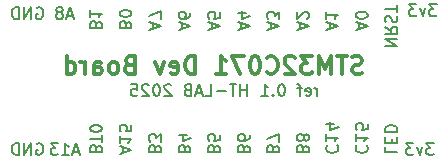
<source format=gbr>
%TF.GenerationSoftware,KiCad,Pcbnew,8.0.8*%
%TF.CreationDate,2025-02-11T08:33:35+00:00*%
%TF.ProjectId,stm32c071devboard,73746d33-3263-4303-9731-646576626f61,rev?*%
%TF.SameCoordinates,Original*%
%TF.FileFunction,Legend,Bot*%
%TF.FilePolarity,Positive*%
%FSLAX46Y46*%
G04 Gerber Fmt 4.6, Leading zero omitted, Abs format (unit mm)*
G04 Created by KiCad (PCBNEW 8.0.8) date 2025-02-11 08:33:35*
%MOMM*%
%LPD*%
G01*
G04 APERTURE LIST*
%ADD10C,0.200000*%
%ADD11C,0.300000*%
%ADD12C,0.650000*%
%ADD13O,2.100000X1.000000*%
%ADD14O,1.800000X1.000000*%
%ADD15O,0.860000X0.770000*%
%ADD16R,1.700000X1.700000*%
%ADD17O,1.700000X1.700000*%
%ADD18R,0.850000X0.850000*%
G04 APERTURE END LIST*
D10*
X112632780Y-62130326D02*
X113632780Y-62130326D01*
X113632780Y-62130326D02*
X112632780Y-61558898D01*
X112632780Y-61558898D02*
X113632780Y-61558898D01*
X112632780Y-60511279D02*
X113108971Y-60844612D01*
X112632780Y-61082707D02*
X113632780Y-61082707D01*
X113632780Y-61082707D02*
X113632780Y-60701755D01*
X113632780Y-60701755D02*
X113585161Y-60606517D01*
X113585161Y-60606517D02*
X113537542Y-60558898D01*
X113537542Y-60558898D02*
X113442304Y-60511279D01*
X113442304Y-60511279D02*
X113299447Y-60511279D01*
X113299447Y-60511279D02*
X113204209Y-60558898D01*
X113204209Y-60558898D02*
X113156590Y-60606517D01*
X113156590Y-60606517D02*
X113108971Y-60701755D01*
X113108971Y-60701755D02*
X113108971Y-61082707D01*
X112680400Y-60130326D02*
X112632780Y-59987469D01*
X112632780Y-59987469D02*
X112632780Y-59749374D01*
X112632780Y-59749374D02*
X112680400Y-59654136D01*
X112680400Y-59654136D02*
X112728019Y-59606517D01*
X112728019Y-59606517D02*
X112823257Y-59558898D01*
X112823257Y-59558898D02*
X112918495Y-59558898D01*
X112918495Y-59558898D02*
X113013733Y-59606517D01*
X113013733Y-59606517D02*
X113061352Y-59654136D01*
X113061352Y-59654136D02*
X113108971Y-59749374D01*
X113108971Y-59749374D02*
X113156590Y-59939850D01*
X113156590Y-59939850D02*
X113204209Y-60035088D01*
X113204209Y-60035088D02*
X113251828Y-60082707D01*
X113251828Y-60082707D02*
X113347066Y-60130326D01*
X113347066Y-60130326D02*
X113442304Y-60130326D01*
X113442304Y-60130326D02*
X113537542Y-60082707D01*
X113537542Y-60082707D02*
X113585161Y-60035088D01*
X113585161Y-60035088D02*
X113632780Y-59939850D01*
X113632780Y-59939850D02*
X113632780Y-59701755D01*
X113632780Y-59701755D02*
X113585161Y-59558898D01*
X113632780Y-59273183D02*
X113632780Y-58701755D01*
X112632780Y-58987469D02*
X113632780Y-58987469D01*
X105656590Y-70796993D02*
X105608971Y-70654136D01*
X105608971Y-70654136D02*
X105561352Y-70606517D01*
X105561352Y-70606517D02*
X105466114Y-70558898D01*
X105466114Y-70558898D02*
X105323257Y-70558898D01*
X105323257Y-70558898D02*
X105228019Y-70606517D01*
X105228019Y-70606517D02*
X105180400Y-70654136D01*
X105180400Y-70654136D02*
X105132780Y-70749374D01*
X105132780Y-70749374D02*
X105132780Y-71130326D01*
X105132780Y-71130326D02*
X106132780Y-71130326D01*
X106132780Y-71130326D02*
X106132780Y-70796993D01*
X106132780Y-70796993D02*
X106085161Y-70701755D01*
X106085161Y-70701755D02*
X106037542Y-70654136D01*
X106037542Y-70654136D02*
X105942304Y-70606517D01*
X105942304Y-70606517D02*
X105847066Y-70606517D01*
X105847066Y-70606517D02*
X105751828Y-70654136D01*
X105751828Y-70654136D02*
X105704209Y-70701755D01*
X105704209Y-70701755D02*
X105656590Y-70796993D01*
X105656590Y-70796993D02*
X105656590Y-71130326D01*
X105704209Y-69987469D02*
X105751828Y-70082707D01*
X105751828Y-70082707D02*
X105799447Y-70130326D01*
X105799447Y-70130326D02*
X105894685Y-70177945D01*
X105894685Y-70177945D02*
X105942304Y-70177945D01*
X105942304Y-70177945D02*
X106037542Y-70130326D01*
X106037542Y-70130326D02*
X106085161Y-70082707D01*
X106085161Y-70082707D02*
X106132780Y-69987469D01*
X106132780Y-69987469D02*
X106132780Y-69796993D01*
X106132780Y-69796993D02*
X106085161Y-69701755D01*
X106085161Y-69701755D02*
X106037542Y-69654136D01*
X106037542Y-69654136D02*
X105942304Y-69606517D01*
X105942304Y-69606517D02*
X105894685Y-69606517D01*
X105894685Y-69606517D02*
X105799447Y-69654136D01*
X105799447Y-69654136D02*
X105751828Y-69701755D01*
X105751828Y-69701755D02*
X105704209Y-69796993D01*
X105704209Y-69796993D02*
X105704209Y-69987469D01*
X105704209Y-69987469D02*
X105656590Y-70082707D01*
X105656590Y-70082707D02*
X105608971Y-70130326D01*
X105608971Y-70130326D02*
X105513733Y-70177945D01*
X105513733Y-70177945D02*
X105323257Y-70177945D01*
X105323257Y-70177945D02*
X105228019Y-70130326D01*
X105228019Y-70130326D02*
X105180400Y-70082707D01*
X105180400Y-70082707D02*
X105132780Y-69987469D01*
X105132780Y-69987469D02*
X105132780Y-69796993D01*
X105132780Y-69796993D02*
X105180400Y-69701755D01*
X105180400Y-69701755D02*
X105228019Y-69654136D01*
X105228019Y-69654136D02*
X105323257Y-69606517D01*
X105323257Y-69606517D02*
X105513733Y-69606517D01*
X105513733Y-69606517D02*
X105608971Y-69654136D01*
X105608971Y-69654136D02*
X105656590Y-69701755D01*
X105656590Y-69701755D02*
X105704209Y-69796993D01*
X110418495Y-60677945D02*
X110418495Y-60201755D01*
X110132780Y-60773183D02*
X111132780Y-60439850D01*
X111132780Y-60439850D02*
X110132780Y-60106517D01*
X111132780Y-59582707D02*
X111132780Y-59487469D01*
X111132780Y-59487469D02*
X111085161Y-59392231D01*
X111085161Y-59392231D02*
X111037542Y-59344612D01*
X111037542Y-59344612D02*
X110942304Y-59296993D01*
X110942304Y-59296993D02*
X110751828Y-59249374D01*
X110751828Y-59249374D02*
X110513733Y-59249374D01*
X110513733Y-59249374D02*
X110323257Y-59296993D01*
X110323257Y-59296993D02*
X110228019Y-59344612D01*
X110228019Y-59344612D02*
X110180400Y-59392231D01*
X110180400Y-59392231D02*
X110132780Y-59487469D01*
X110132780Y-59487469D02*
X110132780Y-59582707D01*
X110132780Y-59582707D02*
X110180400Y-59677945D01*
X110180400Y-59677945D02*
X110228019Y-59725564D01*
X110228019Y-59725564D02*
X110323257Y-59773183D01*
X110323257Y-59773183D02*
X110513733Y-59820802D01*
X110513733Y-59820802D02*
X110751828Y-59820802D01*
X110751828Y-59820802D02*
X110942304Y-59773183D01*
X110942304Y-59773183D02*
X111037542Y-59725564D01*
X111037542Y-59725564D02*
X111085161Y-59677945D01*
X111085161Y-59677945D02*
X111132780Y-59582707D01*
X107918495Y-60677945D02*
X107918495Y-60201755D01*
X107632780Y-60773183D02*
X108632780Y-60439850D01*
X108632780Y-60439850D02*
X107632780Y-60106517D01*
X107632780Y-59249374D02*
X107632780Y-59820802D01*
X107632780Y-59535088D02*
X108632780Y-59535088D01*
X108632780Y-59535088D02*
X108489923Y-59630326D01*
X108489923Y-59630326D02*
X108394685Y-59725564D01*
X108394685Y-59725564D02*
X108347066Y-59820802D01*
X102918495Y-60677945D02*
X102918495Y-60201755D01*
X102632780Y-60773183D02*
X103632780Y-60439850D01*
X103632780Y-60439850D02*
X102632780Y-60106517D01*
X103632780Y-59868421D02*
X103632780Y-59249374D01*
X103632780Y-59249374D02*
X103251828Y-59582707D01*
X103251828Y-59582707D02*
X103251828Y-59439850D01*
X103251828Y-59439850D02*
X103204209Y-59344612D01*
X103204209Y-59344612D02*
X103156590Y-59296993D01*
X103156590Y-59296993D02*
X103061352Y-59249374D01*
X103061352Y-59249374D02*
X102823257Y-59249374D01*
X102823257Y-59249374D02*
X102728019Y-59296993D01*
X102728019Y-59296993D02*
X102680400Y-59344612D01*
X102680400Y-59344612D02*
X102632780Y-59439850D01*
X102632780Y-59439850D02*
X102632780Y-59725564D01*
X102632780Y-59725564D02*
X102680400Y-59820802D01*
X102680400Y-59820802D02*
X102728019Y-59868421D01*
X103156590Y-70796993D02*
X103108971Y-70654136D01*
X103108971Y-70654136D02*
X103061352Y-70606517D01*
X103061352Y-70606517D02*
X102966114Y-70558898D01*
X102966114Y-70558898D02*
X102823257Y-70558898D01*
X102823257Y-70558898D02*
X102728019Y-70606517D01*
X102728019Y-70606517D02*
X102680400Y-70654136D01*
X102680400Y-70654136D02*
X102632780Y-70749374D01*
X102632780Y-70749374D02*
X102632780Y-71130326D01*
X102632780Y-71130326D02*
X103632780Y-71130326D01*
X103632780Y-71130326D02*
X103632780Y-70796993D01*
X103632780Y-70796993D02*
X103585161Y-70701755D01*
X103585161Y-70701755D02*
X103537542Y-70654136D01*
X103537542Y-70654136D02*
X103442304Y-70606517D01*
X103442304Y-70606517D02*
X103347066Y-70606517D01*
X103347066Y-70606517D02*
X103251828Y-70654136D01*
X103251828Y-70654136D02*
X103204209Y-70701755D01*
X103204209Y-70701755D02*
X103156590Y-70796993D01*
X103156590Y-70796993D02*
X103156590Y-71130326D01*
X103632780Y-70225564D02*
X103632780Y-69558898D01*
X103632780Y-69558898D02*
X102632780Y-69987469D01*
X97918495Y-60677945D02*
X97918495Y-60201755D01*
X97632780Y-60773183D02*
X98632780Y-60439850D01*
X98632780Y-60439850D02*
X97632780Y-60106517D01*
X98632780Y-59296993D02*
X98632780Y-59773183D01*
X98632780Y-59773183D02*
X98156590Y-59820802D01*
X98156590Y-59820802D02*
X98204209Y-59773183D01*
X98204209Y-59773183D02*
X98251828Y-59677945D01*
X98251828Y-59677945D02*
X98251828Y-59439850D01*
X98251828Y-59439850D02*
X98204209Y-59344612D01*
X98204209Y-59344612D02*
X98156590Y-59296993D01*
X98156590Y-59296993D02*
X98061352Y-59249374D01*
X98061352Y-59249374D02*
X97823257Y-59249374D01*
X97823257Y-59249374D02*
X97728019Y-59296993D01*
X97728019Y-59296993D02*
X97680400Y-59344612D01*
X97680400Y-59344612D02*
X97632780Y-59439850D01*
X97632780Y-59439850D02*
X97632780Y-59677945D01*
X97632780Y-59677945D02*
X97680400Y-59773183D01*
X97680400Y-59773183D02*
X97728019Y-59820802D01*
X116975564Y-58617219D02*
X116356517Y-58617219D01*
X116356517Y-58617219D02*
X116689850Y-58998171D01*
X116689850Y-58998171D02*
X116546993Y-58998171D01*
X116546993Y-58998171D02*
X116451755Y-59045790D01*
X116451755Y-59045790D02*
X116404136Y-59093409D01*
X116404136Y-59093409D02*
X116356517Y-59188647D01*
X116356517Y-59188647D02*
X116356517Y-59426742D01*
X116356517Y-59426742D02*
X116404136Y-59521980D01*
X116404136Y-59521980D02*
X116451755Y-59569600D01*
X116451755Y-59569600D02*
X116546993Y-59617219D01*
X116546993Y-59617219D02*
X116832707Y-59617219D01*
X116832707Y-59617219D02*
X116927945Y-59569600D01*
X116927945Y-59569600D02*
X116975564Y-59521980D01*
X116023183Y-58950552D02*
X115785088Y-59617219D01*
X115785088Y-59617219D02*
X115546993Y-58950552D01*
X115261278Y-58617219D02*
X114642231Y-58617219D01*
X114642231Y-58617219D02*
X114975564Y-58998171D01*
X114975564Y-58998171D02*
X114832707Y-58998171D01*
X114832707Y-58998171D02*
X114737469Y-59045790D01*
X114737469Y-59045790D02*
X114689850Y-59093409D01*
X114689850Y-59093409D02*
X114642231Y-59188647D01*
X114642231Y-59188647D02*
X114642231Y-59426742D01*
X114642231Y-59426742D02*
X114689850Y-59521980D01*
X114689850Y-59521980D02*
X114737469Y-59569600D01*
X114737469Y-59569600D02*
X114832707Y-59617219D01*
X114832707Y-59617219D02*
X115118421Y-59617219D01*
X115118421Y-59617219D02*
X115213659Y-59569600D01*
X115213659Y-59569600D02*
X115261278Y-59521980D01*
X86677945Y-71081504D02*
X86201755Y-71081504D01*
X86773183Y-71367219D02*
X86439850Y-70367219D01*
X86439850Y-70367219D02*
X86106517Y-71367219D01*
X85249374Y-71367219D02*
X85820802Y-71367219D01*
X85535088Y-71367219D02*
X85535088Y-70367219D01*
X85535088Y-70367219D02*
X85630326Y-70510076D01*
X85630326Y-70510076D02*
X85725564Y-70605314D01*
X85725564Y-70605314D02*
X85820802Y-70652933D01*
X84916040Y-70367219D02*
X84296993Y-70367219D01*
X84296993Y-70367219D02*
X84630326Y-70748171D01*
X84630326Y-70748171D02*
X84487469Y-70748171D01*
X84487469Y-70748171D02*
X84392231Y-70795790D01*
X84392231Y-70795790D02*
X84344612Y-70843409D01*
X84344612Y-70843409D02*
X84296993Y-70938647D01*
X84296993Y-70938647D02*
X84296993Y-71176742D01*
X84296993Y-71176742D02*
X84344612Y-71271980D01*
X84344612Y-71271980D02*
X84392231Y-71319600D01*
X84392231Y-71319600D02*
X84487469Y-71367219D01*
X84487469Y-71367219D02*
X84773183Y-71367219D01*
X84773183Y-71367219D02*
X84868421Y-71319600D01*
X84868421Y-71319600D02*
X84916040Y-71271980D01*
X100418495Y-60677945D02*
X100418495Y-60201755D01*
X100132780Y-60773183D02*
X101132780Y-60439850D01*
X101132780Y-60439850D02*
X100132780Y-60106517D01*
X100799447Y-59344612D02*
X100132780Y-59344612D01*
X101180400Y-59582707D02*
X100466114Y-59820802D01*
X100466114Y-59820802D02*
X100466114Y-59201755D01*
X105418495Y-60677945D02*
X105418495Y-60201755D01*
X105132780Y-60773183D02*
X106132780Y-60439850D01*
X106132780Y-60439850D02*
X105132780Y-60106517D01*
X106037542Y-59820802D02*
X106085161Y-59773183D01*
X106085161Y-59773183D02*
X106132780Y-59677945D01*
X106132780Y-59677945D02*
X106132780Y-59439850D01*
X106132780Y-59439850D02*
X106085161Y-59344612D01*
X106085161Y-59344612D02*
X106037542Y-59296993D01*
X106037542Y-59296993D02*
X105942304Y-59249374D01*
X105942304Y-59249374D02*
X105847066Y-59249374D01*
X105847066Y-59249374D02*
X105704209Y-59296993D01*
X105704209Y-59296993D02*
X105132780Y-59868421D01*
X105132780Y-59868421D02*
X105132780Y-59249374D01*
X95418495Y-60677945D02*
X95418495Y-60201755D01*
X95132780Y-60773183D02*
X96132780Y-60439850D01*
X96132780Y-60439850D02*
X95132780Y-60106517D01*
X96132780Y-59344612D02*
X96132780Y-59535088D01*
X96132780Y-59535088D02*
X96085161Y-59630326D01*
X96085161Y-59630326D02*
X96037542Y-59677945D01*
X96037542Y-59677945D02*
X95894685Y-59773183D01*
X95894685Y-59773183D02*
X95704209Y-59820802D01*
X95704209Y-59820802D02*
X95323257Y-59820802D01*
X95323257Y-59820802D02*
X95228019Y-59773183D01*
X95228019Y-59773183D02*
X95180400Y-59725564D01*
X95180400Y-59725564D02*
X95132780Y-59630326D01*
X95132780Y-59630326D02*
X95132780Y-59439850D01*
X95132780Y-59439850D02*
X95180400Y-59344612D01*
X95180400Y-59344612D02*
X95228019Y-59296993D01*
X95228019Y-59296993D02*
X95323257Y-59249374D01*
X95323257Y-59249374D02*
X95561352Y-59249374D01*
X95561352Y-59249374D02*
X95656590Y-59296993D01*
X95656590Y-59296993D02*
X95704209Y-59344612D01*
X95704209Y-59344612D02*
X95751828Y-59439850D01*
X95751828Y-59439850D02*
X95751828Y-59630326D01*
X95751828Y-59630326D02*
X95704209Y-59725564D01*
X95704209Y-59725564D02*
X95656590Y-59773183D01*
X95656590Y-59773183D02*
X95561352Y-59820802D01*
X93156590Y-70796993D02*
X93108971Y-70654136D01*
X93108971Y-70654136D02*
X93061352Y-70606517D01*
X93061352Y-70606517D02*
X92966114Y-70558898D01*
X92966114Y-70558898D02*
X92823257Y-70558898D01*
X92823257Y-70558898D02*
X92728019Y-70606517D01*
X92728019Y-70606517D02*
X92680400Y-70654136D01*
X92680400Y-70654136D02*
X92632780Y-70749374D01*
X92632780Y-70749374D02*
X92632780Y-71130326D01*
X92632780Y-71130326D02*
X93632780Y-71130326D01*
X93632780Y-71130326D02*
X93632780Y-70796993D01*
X93632780Y-70796993D02*
X93585161Y-70701755D01*
X93585161Y-70701755D02*
X93537542Y-70654136D01*
X93537542Y-70654136D02*
X93442304Y-70606517D01*
X93442304Y-70606517D02*
X93347066Y-70606517D01*
X93347066Y-70606517D02*
X93251828Y-70654136D01*
X93251828Y-70654136D02*
X93204209Y-70701755D01*
X93204209Y-70701755D02*
X93156590Y-70796993D01*
X93156590Y-70796993D02*
X93156590Y-71130326D01*
X93632780Y-70225564D02*
X93632780Y-69606517D01*
X93632780Y-69606517D02*
X93251828Y-69939850D01*
X93251828Y-69939850D02*
X93251828Y-69796993D01*
X93251828Y-69796993D02*
X93204209Y-69701755D01*
X93204209Y-69701755D02*
X93156590Y-69654136D01*
X93156590Y-69654136D02*
X93061352Y-69606517D01*
X93061352Y-69606517D02*
X92823257Y-69606517D01*
X92823257Y-69606517D02*
X92728019Y-69654136D01*
X92728019Y-69654136D02*
X92680400Y-69701755D01*
X92680400Y-69701755D02*
X92632780Y-69796993D01*
X92632780Y-69796993D02*
X92632780Y-70082707D01*
X92632780Y-70082707D02*
X92680400Y-70177945D01*
X92680400Y-70177945D02*
X92728019Y-70225564D01*
X83106517Y-70414838D02*
X83201755Y-70367219D01*
X83201755Y-70367219D02*
X83344612Y-70367219D01*
X83344612Y-70367219D02*
X83487469Y-70414838D01*
X83487469Y-70414838D02*
X83582707Y-70510076D01*
X83582707Y-70510076D02*
X83630326Y-70605314D01*
X83630326Y-70605314D02*
X83677945Y-70795790D01*
X83677945Y-70795790D02*
X83677945Y-70938647D01*
X83677945Y-70938647D02*
X83630326Y-71129123D01*
X83630326Y-71129123D02*
X83582707Y-71224361D01*
X83582707Y-71224361D02*
X83487469Y-71319600D01*
X83487469Y-71319600D02*
X83344612Y-71367219D01*
X83344612Y-71367219D02*
X83249374Y-71367219D01*
X83249374Y-71367219D02*
X83106517Y-71319600D01*
X83106517Y-71319600D02*
X83058898Y-71271980D01*
X83058898Y-71271980D02*
X83058898Y-70938647D01*
X83058898Y-70938647D02*
X83249374Y-70938647D01*
X82630326Y-71367219D02*
X82630326Y-70367219D01*
X82630326Y-70367219D02*
X82058898Y-71367219D01*
X82058898Y-71367219D02*
X82058898Y-70367219D01*
X81582707Y-71367219D02*
X81582707Y-70367219D01*
X81582707Y-70367219D02*
X81344612Y-70367219D01*
X81344612Y-70367219D02*
X81201755Y-70414838D01*
X81201755Y-70414838D02*
X81106517Y-70510076D01*
X81106517Y-70510076D02*
X81058898Y-70605314D01*
X81058898Y-70605314D02*
X81011279Y-70795790D01*
X81011279Y-70795790D02*
X81011279Y-70938647D01*
X81011279Y-70938647D02*
X81058898Y-71129123D01*
X81058898Y-71129123D02*
X81106517Y-71224361D01*
X81106517Y-71224361D02*
X81201755Y-71319600D01*
X81201755Y-71319600D02*
X81344612Y-71367219D01*
X81344612Y-71367219D02*
X81582707Y-71367219D01*
X90418495Y-71177945D02*
X90418495Y-70701755D01*
X90132780Y-71273183D02*
X91132780Y-70939850D01*
X91132780Y-70939850D02*
X90132780Y-70606517D01*
X90132780Y-69749374D02*
X90132780Y-70320802D01*
X90132780Y-70035088D02*
X91132780Y-70035088D01*
X91132780Y-70035088D02*
X90989923Y-70130326D01*
X90989923Y-70130326D02*
X90894685Y-70225564D01*
X90894685Y-70225564D02*
X90847066Y-70320802D01*
X91132780Y-68844612D02*
X91132780Y-69320802D01*
X91132780Y-69320802D02*
X90656590Y-69368421D01*
X90656590Y-69368421D02*
X90704209Y-69320802D01*
X90704209Y-69320802D02*
X90751828Y-69225564D01*
X90751828Y-69225564D02*
X90751828Y-68987469D01*
X90751828Y-68987469D02*
X90704209Y-68892231D01*
X90704209Y-68892231D02*
X90656590Y-68844612D01*
X90656590Y-68844612D02*
X90561352Y-68796993D01*
X90561352Y-68796993D02*
X90323257Y-68796993D01*
X90323257Y-68796993D02*
X90228019Y-68844612D01*
X90228019Y-68844612D02*
X90180400Y-68892231D01*
X90180400Y-68892231D02*
X90132780Y-68987469D01*
X90132780Y-68987469D02*
X90132780Y-69225564D01*
X90132780Y-69225564D02*
X90180400Y-69320802D01*
X90180400Y-69320802D02*
X90228019Y-69368421D01*
X95656590Y-70796993D02*
X95608971Y-70654136D01*
X95608971Y-70654136D02*
X95561352Y-70606517D01*
X95561352Y-70606517D02*
X95466114Y-70558898D01*
X95466114Y-70558898D02*
X95323257Y-70558898D01*
X95323257Y-70558898D02*
X95228019Y-70606517D01*
X95228019Y-70606517D02*
X95180400Y-70654136D01*
X95180400Y-70654136D02*
X95132780Y-70749374D01*
X95132780Y-70749374D02*
X95132780Y-71130326D01*
X95132780Y-71130326D02*
X96132780Y-71130326D01*
X96132780Y-71130326D02*
X96132780Y-70796993D01*
X96132780Y-70796993D02*
X96085161Y-70701755D01*
X96085161Y-70701755D02*
X96037542Y-70654136D01*
X96037542Y-70654136D02*
X95942304Y-70606517D01*
X95942304Y-70606517D02*
X95847066Y-70606517D01*
X95847066Y-70606517D02*
X95751828Y-70654136D01*
X95751828Y-70654136D02*
X95704209Y-70701755D01*
X95704209Y-70701755D02*
X95656590Y-70796993D01*
X95656590Y-70796993D02*
X95656590Y-71130326D01*
X95799447Y-69701755D02*
X95132780Y-69701755D01*
X96180400Y-69939850D02*
X95466114Y-70177945D01*
X95466114Y-70177945D02*
X95466114Y-69558898D01*
X116725564Y-70367219D02*
X116106517Y-70367219D01*
X116106517Y-70367219D02*
X116439850Y-70748171D01*
X116439850Y-70748171D02*
X116296993Y-70748171D01*
X116296993Y-70748171D02*
X116201755Y-70795790D01*
X116201755Y-70795790D02*
X116154136Y-70843409D01*
X116154136Y-70843409D02*
X116106517Y-70938647D01*
X116106517Y-70938647D02*
X116106517Y-71176742D01*
X116106517Y-71176742D02*
X116154136Y-71271980D01*
X116154136Y-71271980D02*
X116201755Y-71319600D01*
X116201755Y-71319600D02*
X116296993Y-71367219D01*
X116296993Y-71367219D02*
X116582707Y-71367219D01*
X116582707Y-71367219D02*
X116677945Y-71319600D01*
X116677945Y-71319600D02*
X116725564Y-71271980D01*
X115773183Y-70700552D02*
X115535088Y-71367219D01*
X115535088Y-71367219D02*
X115296993Y-70700552D01*
X115011278Y-70367219D02*
X114392231Y-70367219D01*
X114392231Y-70367219D02*
X114725564Y-70748171D01*
X114725564Y-70748171D02*
X114582707Y-70748171D01*
X114582707Y-70748171D02*
X114487469Y-70795790D01*
X114487469Y-70795790D02*
X114439850Y-70843409D01*
X114439850Y-70843409D02*
X114392231Y-70938647D01*
X114392231Y-70938647D02*
X114392231Y-71176742D01*
X114392231Y-71176742D02*
X114439850Y-71271980D01*
X114439850Y-71271980D02*
X114487469Y-71319600D01*
X114487469Y-71319600D02*
X114582707Y-71367219D01*
X114582707Y-71367219D02*
X114868421Y-71367219D01*
X114868421Y-71367219D02*
X114963659Y-71319600D01*
X114963659Y-71319600D02*
X115011278Y-71271980D01*
X98156590Y-70796993D02*
X98108971Y-70654136D01*
X98108971Y-70654136D02*
X98061352Y-70606517D01*
X98061352Y-70606517D02*
X97966114Y-70558898D01*
X97966114Y-70558898D02*
X97823257Y-70558898D01*
X97823257Y-70558898D02*
X97728019Y-70606517D01*
X97728019Y-70606517D02*
X97680400Y-70654136D01*
X97680400Y-70654136D02*
X97632780Y-70749374D01*
X97632780Y-70749374D02*
X97632780Y-71130326D01*
X97632780Y-71130326D02*
X98632780Y-71130326D01*
X98632780Y-71130326D02*
X98632780Y-70796993D01*
X98632780Y-70796993D02*
X98585161Y-70701755D01*
X98585161Y-70701755D02*
X98537542Y-70654136D01*
X98537542Y-70654136D02*
X98442304Y-70606517D01*
X98442304Y-70606517D02*
X98347066Y-70606517D01*
X98347066Y-70606517D02*
X98251828Y-70654136D01*
X98251828Y-70654136D02*
X98204209Y-70701755D01*
X98204209Y-70701755D02*
X98156590Y-70796993D01*
X98156590Y-70796993D02*
X98156590Y-71130326D01*
X98632780Y-69654136D02*
X98632780Y-70130326D01*
X98632780Y-70130326D02*
X98156590Y-70177945D01*
X98156590Y-70177945D02*
X98204209Y-70130326D01*
X98204209Y-70130326D02*
X98251828Y-70035088D01*
X98251828Y-70035088D02*
X98251828Y-69796993D01*
X98251828Y-69796993D02*
X98204209Y-69701755D01*
X98204209Y-69701755D02*
X98156590Y-69654136D01*
X98156590Y-69654136D02*
X98061352Y-69606517D01*
X98061352Y-69606517D02*
X97823257Y-69606517D01*
X97823257Y-69606517D02*
X97728019Y-69654136D01*
X97728019Y-69654136D02*
X97680400Y-69701755D01*
X97680400Y-69701755D02*
X97632780Y-69796993D01*
X97632780Y-69796993D02*
X97632780Y-70035088D01*
X97632780Y-70035088D02*
X97680400Y-70130326D01*
X97680400Y-70130326D02*
X97728019Y-70177945D01*
X110228019Y-70558898D02*
X110180400Y-70606517D01*
X110180400Y-70606517D02*
X110132780Y-70749374D01*
X110132780Y-70749374D02*
X110132780Y-70844612D01*
X110132780Y-70844612D02*
X110180400Y-70987469D01*
X110180400Y-70987469D02*
X110275638Y-71082707D01*
X110275638Y-71082707D02*
X110370876Y-71130326D01*
X110370876Y-71130326D02*
X110561352Y-71177945D01*
X110561352Y-71177945D02*
X110704209Y-71177945D01*
X110704209Y-71177945D02*
X110894685Y-71130326D01*
X110894685Y-71130326D02*
X110989923Y-71082707D01*
X110989923Y-71082707D02*
X111085161Y-70987469D01*
X111085161Y-70987469D02*
X111132780Y-70844612D01*
X111132780Y-70844612D02*
X111132780Y-70749374D01*
X111132780Y-70749374D02*
X111085161Y-70606517D01*
X111085161Y-70606517D02*
X111037542Y-70558898D01*
X110132780Y-69606517D02*
X110132780Y-70177945D01*
X110132780Y-69892231D02*
X111132780Y-69892231D01*
X111132780Y-69892231D02*
X110989923Y-69987469D01*
X110989923Y-69987469D02*
X110894685Y-70082707D01*
X110894685Y-70082707D02*
X110847066Y-70177945D01*
X111132780Y-68701755D02*
X111132780Y-69177945D01*
X111132780Y-69177945D02*
X110656590Y-69225564D01*
X110656590Y-69225564D02*
X110704209Y-69177945D01*
X110704209Y-69177945D02*
X110751828Y-69082707D01*
X110751828Y-69082707D02*
X110751828Y-68844612D01*
X110751828Y-68844612D02*
X110704209Y-68749374D01*
X110704209Y-68749374D02*
X110656590Y-68701755D01*
X110656590Y-68701755D02*
X110561352Y-68654136D01*
X110561352Y-68654136D02*
X110323257Y-68654136D01*
X110323257Y-68654136D02*
X110228019Y-68701755D01*
X110228019Y-68701755D02*
X110180400Y-68749374D01*
X110180400Y-68749374D02*
X110132780Y-68844612D01*
X110132780Y-68844612D02*
X110132780Y-69082707D01*
X110132780Y-69082707D02*
X110180400Y-69177945D01*
X110180400Y-69177945D02*
X110228019Y-69225564D01*
X86177945Y-59581504D02*
X85701755Y-59581504D01*
X86273183Y-59867219D02*
X85939850Y-58867219D01*
X85939850Y-58867219D02*
X85606517Y-59867219D01*
X85130326Y-59295790D02*
X85225564Y-59248171D01*
X85225564Y-59248171D02*
X85273183Y-59200552D01*
X85273183Y-59200552D02*
X85320802Y-59105314D01*
X85320802Y-59105314D02*
X85320802Y-59057695D01*
X85320802Y-59057695D02*
X85273183Y-58962457D01*
X85273183Y-58962457D02*
X85225564Y-58914838D01*
X85225564Y-58914838D02*
X85130326Y-58867219D01*
X85130326Y-58867219D02*
X84939850Y-58867219D01*
X84939850Y-58867219D02*
X84844612Y-58914838D01*
X84844612Y-58914838D02*
X84796993Y-58962457D01*
X84796993Y-58962457D02*
X84749374Y-59057695D01*
X84749374Y-59057695D02*
X84749374Y-59105314D01*
X84749374Y-59105314D02*
X84796993Y-59200552D01*
X84796993Y-59200552D02*
X84844612Y-59248171D01*
X84844612Y-59248171D02*
X84939850Y-59295790D01*
X84939850Y-59295790D02*
X85130326Y-59295790D01*
X85130326Y-59295790D02*
X85225564Y-59343409D01*
X85225564Y-59343409D02*
X85273183Y-59391028D01*
X85273183Y-59391028D02*
X85320802Y-59486266D01*
X85320802Y-59486266D02*
X85320802Y-59676742D01*
X85320802Y-59676742D02*
X85273183Y-59771980D01*
X85273183Y-59771980D02*
X85225564Y-59819600D01*
X85225564Y-59819600D02*
X85130326Y-59867219D01*
X85130326Y-59867219D02*
X84939850Y-59867219D01*
X84939850Y-59867219D02*
X84844612Y-59819600D01*
X84844612Y-59819600D02*
X84796993Y-59771980D01*
X84796993Y-59771980D02*
X84749374Y-59676742D01*
X84749374Y-59676742D02*
X84749374Y-59486266D01*
X84749374Y-59486266D02*
X84796993Y-59391028D01*
X84796993Y-59391028D02*
X84844612Y-59343409D01*
X84844612Y-59343409D02*
X84939850Y-59295790D01*
X112632780Y-70654136D02*
X112632780Y-71130326D01*
X112632780Y-71130326D02*
X113632780Y-71130326D01*
X113156590Y-70320802D02*
X113156590Y-69987469D01*
X112632780Y-69844612D02*
X112632780Y-70320802D01*
X112632780Y-70320802D02*
X113632780Y-70320802D01*
X113632780Y-70320802D02*
X113632780Y-69844612D01*
X112632780Y-69416040D02*
X113632780Y-69416040D01*
X113632780Y-69416040D02*
X113632780Y-69177945D01*
X113632780Y-69177945D02*
X113585161Y-69035088D01*
X113585161Y-69035088D02*
X113489923Y-68939850D01*
X113489923Y-68939850D02*
X113394685Y-68892231D01*
X113394685Y-68892231D02*
X113204209Y-68844612D01*
X113204209Y-68844612D02*
X113061352Y-68844612D01*
X113061352Y-68844612D02*
X112870876Y-68892231D01*
X112870876Y-68892231D02*
X112775638Y-68939850D01*
X112775638Y-68939850D02*
X112680400Y-69035088D01*
X112680400Y-69035088D02*
X112632780Y-69177945D01*
X112632780Y-69177945D02*
X112632780Y-69416040D01*
X92918495Y-60677945D02*
X92918495Y-60201755D01*
X92632780Y-60773183D02*
X93632780Y-60439850D01*
X93632780Y-60439850D02*
X92632780Y-60106517D01*
X93632780Y-59868421D02*
X93632780Y-59201755D01*
X93632780Y-59201755D02*
X92632780Y-59630326D01*
X83106517Y-58914838D02*
X83201755Y-58867219D01*
X83201755Y-58867219D02*
X83344612Y-58867219D01*
X83344612Y-58867219D02*
X83487469Y-58914838D01*
X83487469Y-58914838D02*
X83582707Y-59010076D01*
X83582707Y-59010076D02*
X83630326Y-59105314D01*
X83630326Y-59105314D02*
X83677945Y-59295790D01*
X83677945Y-59295790D02*
X83677945Y-59438647D01*
X83677945Y-59438647D02*
X83630326Y-59629123D01*
X83630326Y-59629123D02*
X83582707Y-59724361D01*
X83582707Y-59724361D02*
X83487469Y-59819600D01*
X83487469Y-59819600D02*
X83344612Y-59867219D01*
X83344612Y-59867219D02*
X83249374Y-59867219D01*
X83249374Y-59867219D02*
X83106517Y-59819600D01*
X83106517Y-59819600D02*
X83058898Y-59771980D01*
X83058898Y-59771980D02*
X83058898Y-59438647D01*
X83058898Y-59438647D02*
X83249374Y-59438647D01*
X82630326Y-59867219D02*
X82630326Y-58867219D01*
X82630326Y-58867219D02*
X82058898Y-59867219D01*
X82058898Y-59867219D02*
X82058898Y-58867219D01*
X81582707Y-59867219D02*
X81582707Y-58867219D01*
X81582707Y-58867219D02*
X81344612Y-58867219D01*
X81344612Y-58867219D02*
X81201755Y-58914838D01*
X81201755Y-58914838D02*
X81106517Y-59010076D01*
X81106517Y-59010076D02*
X81058898Y-59105314D01*
X81058898Y-59105314D02*
X81011279Y-59295790D01*
X81011279Y-59295790D02*
X81011279Y-59438647D01*
X81011279Y-59438647D02*
X81058898Y-59629123D01*
X81058898Y-59629123D02*
X81106517Y-59724361D01*
X81106517Y-59724361D02*
X81201755Y-59819600D01*
X81201755Y-59819600D02*
X81344612Y-59867219D01*
X81344612Y-59867219D02*
X81582707Y-59867219D01*
X107728019Y-70558898D02*
X107680400Y-70606517D01*
X107680400Y-70606517D02*
X107632780Y-70749374D01*
X107632780Y-70749374D02*
X107632780Y-70844612D01*
X107632780Y-70844612D02*
X107680400Y-70987469D01*
X107680400Y-70987469D02*
X107775638Y-71082707D01*
X107775638Y-71082707D02*
X107870876Y-71130326D01*
X107870876Y-71130326D02*
X108061352Y-71177945D01*
X108061352Y-71177945D02*
X108204209Y-71177945D01*
X108204209Y-71177945D02*
X108394685Y-71130326D01*
X108394685Y-71130326D02*
X108489923Y-71082707D01*
X108489923Y-71082707D02*
X108585161Y-70987469D01*
X108585161Y-70987469D02*
X108632780Y-70844612D01*
X108632780Y-70844612D02*
X108632780Y-70749374D01*
X108632780Y-70749374D02*
X108585161Y-70606517D01*
X108585161Y-70606517D02*
X108537542Y-70558898D01*
X107632780Y-69606517D02*
X107632780Y-70177945D01*
X107632780Y-69892231D02*
X108632780Y-69892231D01*
X108632780Y-69892231D02*
X108489923Y-69987469D01*
X108489923Y-69987469D02*
X108394685Y-70082707D01*
X108394685Y-70082707D02*
X108347066Y-70177945D01*
X108299447Y-68749374D02*
X107632780Y-68749374D01*
X108680400Y-68987469D02*
X107966114Y-69225564D01*
X107966114Y-69225564D02*
X107966114Y-68606517D01*
D11*
X110666917Y-64429400D02*
X110452632Y-64500828D01*
X110452632Y-64500828D02*
X110095489Y-64500828D01*
X110095489Y-64500828D02*
X109952632Y-64429400D01*
X109952632Y-64429400D02*
X109881203Y-64357971D01*
X109881203Y-64357971D02*
X109809774Y-64215114D01*
X109809774Y-64215114D02*
X109809774Y-64072257D01*
X109809774Y-64072257D02*
X109881203Y-63929400D01*
X109881203Y-63929400D02*
X109952632Y-63857971D01*
X109952632Y-63857971D02*
X110095489Y-63786542D01*
X110095489Y-63786542D02*
X110381203Y-63715114D01*
X110381203Y-63715114D02*
X110524060Y-63643685D01*
X110524060Y-63643685D02*
X110595489Y-63572257D01*
X110595489Y-63572257D02*
X110666917Y-63429400D01*
X110666917Y-63429400D02*
X110666917Y-63286542D01*
X110666917Y-63286542D02*
X110595489Y-63143685D01*
X110595489Y-63143685D02*
X110524060Y-63072257D01*
X110524060Y-63072257D02*
X110381203Y-63000828D01*
X110381203Y-63000828D02*
X110024060Y-63000828D01*
X110024060Y-63000828D02*
X109809774Y-63072257D01*
X109381203Y-63000828D02*
X108524061Y-63000828D01*
X108952632Y-64500828D02*
X108952632Y-63000828D01*
X108024061Y-64500828D02*
X108024061Y-63000828D01*
X108024061Y-63000828D02*
X107524061Y-64072257D01*
X107524061Y-64072257D02*
X107024061Y-63000828D01*
X107024061Y-63000828D02*
X107024061Y-64500828D01*
X106452632Y-63000828D02*
X105524060Y-63000828D01*
X105524060Y-63000828D02*
X106024060Y-63572257D01*
X106024060Y-63572257D02*
X105809775Y-63572257D01*
X105809775Y-63572257D02*
X105666918Y-63643685D01*
X105666918Y-63643685D02*
X105595489Y-63715114D01*
X105595489Y-63715114D02*
X105524060Y-63857971D01*
X105524060Y-63857971D02*
X105524060Y-64215114D01*
X105524060Y-64215114D02*
X105595489Y-64357971D01*
X105595489Y-64357971D02*
X105666918Y-64429400D01*
X105666918Y-64429400D02*
X105809775Y-64500828D01*
X105809775Y-64500828D02*
X106238346Y-64500828D01*
X106238346Y-64500828D02*
X106381203Y-64429400D01*
X106381203Y-64429400D02*
X106452632Y-64357971D01*
X104952632Y-63143685D02*
X104881204Y-63072257D01*
X104881204Y-63072257D02*
X104738347Y-63000828D01*
X104738347Y-63000828D02*
X104381204Y-63000828D01*
X104381204Y-63000828D02*
X104238347Y-63072257D01*
X104238347Y-63072257D02*
X104166918Y-63143685D01*
X104166918Y-63143685D02*
X104095489Y-63286542D01*
X104095489Y-63286542D02*
X104095489Y-63429400D01*
X104095489Y-63429400D02*
X104166918Y-63643685D01*
X104166918Y-63643685D02*
X105024061Y-64500828D01*
X105024061Y-64500828D02*
X104095489Y-64500828D01*
X102595490Y-64357971D02*
X102666918Y-64429400D01*
X102666918Y-64429400D02*
X102881204Y-64500828D01*
X102881204Y-64500828D02*
X103024061Y-64500828D01*
X103024061Y-64500828D02*
X103238347Y-64429400D01*
X103238347Y-64429400D02*
X103381204Y-64286542D01*
X103381204Y-64286542D02*
X103452633Y-64143685D01*
X103452633Y-64143685D02*
X103524061Y-63857971D01*
X103524061Y-63857971D02*
X103524061Y-63643685D01*
X103524061Y-63643685D02*
X103452633Y-63357971D01*
X103452633Y-63357971D02*
X103381204Y-63215114D01*
X103381204Y-63215114D02*
X103238347Y-63072257D01*
X103238347Y-63072257D02*
X103024061Y-63000828D01*
X103024061Y-63000828D02*
X102881204Y-63000828D01*
X102881204Y-63000828D02*
X102666918Y-63072257D01*
X102666918Y-63072257D02*
X102595490Y-63143685D01*
X101666918Y-63000828D02*
X101524061Y-63000828D01*
X101524061Y-63000828D02*
X101381204Y-63072257D01*
X101381204Y-63072257D02*
X101309776Y-63143685D01*
X101309776Y-63143685D02*
X101238347Y-63286542D01*
X101238347Y-63286542D02*
X101166918Y-63572257D01*
X101166918Y-63572257D02*
X101166918Y-63929400D01*
X101166918Y-63929400D02*
X101238347Y-64215114D01*
X101238347Y-64215114D02*
X101309776Y-64357971D01*
X101309776Y-64357971D02*
X101381204Y-64429400D01*
X101381204Y-64429400D02*
X101524061Y-64500828D01*
X101524061Y-64500828D02*
X101666918Y-64500828D01*
X101666918Y-64500828D02*
X101809776Y-64429400D01*
X101809776Y-64429400D02*
X101881204Y-64357971D01*
X101881204Y-64357971D02*
X101952633Y-64215114D01*
X101952633Y-64215114D02*
X102024061Y-63929400D01*
X102024061Y-63929400D02*
X102024061Y-63572257D01*
X102024061Y-63572257D02*
X101952633Y-63286542D01*
X101952633Y-63286542D02*
X101881204Y-63143685D01*
X101881204Y-63143685D02*
X101809776Y-63072257D01*
X101809776Y-63072257D02*
X101666918Y-63000828D01*
X100666919Y-63000828D02*
X99666919Y-63000828D01*
X99666919Y-63000828D02*
X100309776Y-64500828D01*
X98309776Y-64500828D02*
X99166919Y-64500828D01*
X98738348Y-64500828D02*
X98738348Y-63000828D01*
X98738348Y-63000828D02*
X98881205Y-63215114D01*
X98881205Y-63215114D02*
X99024062Y-63357971D01*
X99024062Y-63357971D02*
X99166919Y-63429400D01*
X96524063Y-64500828D02*
X96524063Y-63000828D01*
X96524063Y-63000828D02*
X96166920Y-63000828D01*
X96166920Y-63000828D02*
X95952634Y-63072257D01*
X95952634Y-63072257D02*
X95809777Y-63215114D01*
X95809777Y-63215114D02*
X95738348Y-63357971D01*
X95738348Y-63357971D02*
X95666920Y-63643685D01*
X95666920Y-63643685D02*
X95666920Y-63857971D01*
X95666920Y-63857971D02*
X95738348Y-64143685D01*
X95738348Y-64143685D02*
X95809777Y-64286542D01*
X95809777Y-64286542D02*
X95952634Y-64429400D01*
X95952634Y-64429400D02*
X96166920Y-64500828D01*
X96166920Y-64500828D02*
X96524063Y-64500828D01*
X94452634Y-64429400D02*
X94595491Y-64500828D01*
X94595491Y-64500828D02*
X94881206Y-64500828D01*
X94881206Y-64500828D02*
X95024063Y-64429400D01*
X95024063Y-64429400D02*
X95095491Y-64286542D01*
X95095491Y-64286542D02*
X95095491Y-63715114D01*
X95095491Y-63715114D02*
X95024063Y-63572257D01*
X95024063Y-63572257D02*
X94881206Y-63500828D01*
X94881206Y-63500828D02*
X94595491Y-63500828D01*
X94595491Y-63500828D02*
X94452634Y-63572257D01*
X94452634Y-63572257D02*
X94381206Y-63715114D01*
X94381206Y-63715114D02*
X94381206Y-63857971D01*
X94381206Y-63857971D02*
X95095491Y-64000828D01*
X93881206Y-63500828D02*
X93524063Y-64500828D01*
X93524063Y-64500828D02*
X93166920Y-63500828D01*
X90952635Y-63715114D02*
X90738349Y-63786542D01*
X90738349Y-63786542D02*
X90666920Y-63857971D01*
X90666920Y-63857971D02*
X90595492Y-64000828D01*
X90595492Y-64000828D02*
X90595492Y-64215114D01*
X90595492Y-64215114D02*
X90666920Y-64357971D01*
X90666920Y-64357971D02*
X90738349Y-64429400D01*
X90738349Y-64429400D02*
X90881206Y-64500828D01*
X90881206Y-64500828D02*
X91452635Y-64500828D01*
X91452635Y-64500828D02*
X91452635Y-63000828D01*
X91452635Y-63000828D02*
X90952635Y-63000828D01*
X90952635Y-63000828D02*
X90809778Y-63072257D01*
X90809778Y-63072257D02*
X90738349Y-63143685D01*
X90738349Y-63143685D02*
X90666920Y-63286542D01*
X90666920Y-63286542D02*
X90666920Y-63429400D01*
X90666920Y-63429400D02*
X90738349Y-63572257D01*
X90738349Y-63572257D02*
X90809778Y-63643685D01*
X90809778Y-63643685D02*
X90952635Y-63715114D01*
X90952635Y-63715114D02*
X91452635Y-63715114D01*
X89738349Y-64500828D02*
X89881206Y-64429400D01*
X89881206Y-64429400D02*
X89952635Y-64357971D01*
X89952635Y-64357971D02*
X90024063Y-64215114D01*
X90024063Y-64215114D02*
X90024063Y-63786542D01*
X90024063Y-63786542D02*
X89952635Y-63643685D01*
X89952635Y-63643685D02*
X89881206Y-63572257D01*
X89881206Y-63572257D02*
X89738349Y-63500828D01*
X89738349Y-63500828D02*
X89524063Y-63500828D01*
X89524063Y-63500828D02*
X89381206Y-63572257D01*
X89381206Y-63572257D02*
X89309778Y-63643685D01*
X89309778Y-63643685D02*
X89238349Y-63786542D01*
X89238349Y-63786542D02*
X89238349Y-64215114D01*
X89238349Y-64215114D02*
X89309778Y-64357971D01*
X89309778Y-64357971D02*
X89381206Y-64429400D01*
X89381206Y-64429400D02*
X89524063Y-64500828D01*
X89524063Y-64500828D02*
X89738349Y-64500828D01*
X87952635Y-64500828D02*
X87952635Y-63715114D01*
X87952635Y-63715114D02*
X88024063Y-63572257D01*
X88024063Y-63572257D02*
X88166920Y-63500828D01*
X88166920Y-63500828D02*
X88452635Y-63500828D01*
X88452635Y-63500828D02*
X88595492Y-63572257D01*
X87952635Y-64429400D02*
X88095492Y-64500828D01*
X88095492Y-64500828D02*
X88452635Y-64500828D01*
X88452635Y-64500828D02*
X88595492Y-64429400D01*
X88595492Y-64429400D02*
X88666920Y-64286542D01*
X88666920Y-64286542D02*
X88666920Y-64143685D01*
X88666920Y-64143685D02*
X88595492Y-64000828D01*
X88595492Y-64000828D02*
X88452635Y-63929400D01*
X88452635Y-63929400D02*
X88095492Y-63929400D01*
X88095492Y-63929400D02*
X87952635Y-63857971D01*
X87238349Y-64500828D02*
X87238349Y-63500828D01*
X87238349Y-63786542D02*
X87166920Y-63643685D01*
X87166920Y-63643685D02*
X87095492Y-63572257D01*
X87095492Y-63572257D02*
X86952634Y-63500828D01*
X86952634Y-63500828D02*
X86809777Y-63500828D01*
X85666921Y-64500828D02*
X85666921Y-63000828D01*
X85666921Y-64429400D02*
X85809778Y-64500828D01*
X85809778Y-64500828D02*
X86095492Y-64500828D01*
X86095492Y-64500828D02*
X86238349Y-64429400D01*
X86238349Y-64429400D02*
X86309778Y-64357971D01*
X86309778Y-64357971D02*
X86381206Y-64215114D01*
X86381206Y-64215114D02*
X86381206Y-63786542D01*
X86381206Y-63786542D02*
X86309778Y-63643685D01*
X86309778Y-63643685D02*
X86238349Y-63572257D01*
X86238349Y-63572257D02*
X86095492Y-63500828D01*
X86095492Y-63500828D02*
X85809778Y-63500828D01*
X85809778Y-63500828D02*
X85666921Y-63572257D01*
D10*
X100656590Y-70796993D02*
X100608971Y-70654136D01*
X100608971Y-70654136D02*
X100561352Y-70606517D01*
X100561352Y-70606517D02*
X100466114Y-70558898D01*
X100466114Y-70558898D02*
X100323257Y-70558898D01*
X100323257Y-70558898D02*
X100228019Y-70606517D01*
X100228019Y-70606517D02*
X100180400Y-70654136D01*
X100180400Y-70654136D02*
X100132780Y-70749374D01*
X100132780Y-70749374D02*
X100132780Y-71130326D01*
X100132780Y-71130326D02*
X101132780Y-71130326D01*
X101132780Y-71130326D02*
X101132780Y-70796993D01*
X101132780Y-70796993D02*
X101085161Y-70701755D01*
X101085161Y-70701755D02*
X101037542Y-70654136D01*
X101037542Y-70654136D02*
X100942304Y-70606517D01*
X100942304Y-70606517D02*
X100847066Y-70606517D01*
X100847066Y-70606517D02*
X100751828Y-70654136D01*
X100751828Y-70654136D02*
X100704209Y-70701755D01*
X100704209Y-70701755D02*
X100656590Y-70796993D01*
X100656590Y-70796993D02*
X100656590Y-71130326D01*
X101132780Y-69701755D02*
X101132780Y-69892231D01*
X101132780Y-69892231D02*
X101085161Y-69987469D01*
X101085161Y-69987469D02*
X101037542Y-70035088D01*
X101037542Y-70035088D02*
X100894685Y-70130326D01*
X100894685Y-70130326D02*
X100704209Y-70177945D01*
X100704209Y-70177945D02*
X100323257Y-70177945D01*
X100323257Y-70177945D02*
X100228019Y-70130326D01*
X100228019Y-70130326D02*
X100180400Y-70082707D01*
X100180400Y-70082707D02*
X100132780Y-69987469D01*
X100132780Y-69987469D02*
X100132780Y-69796993D01*
X100132780Y-69796993D02*
X100180400Y-69701755D01*
X100180400Y-69701755D02*
X100228019Y-69654136D01*
X100228019Y-69654136D02*
X100323257Y-69606517D01*
X100323257Y-69606517D02*
X100561352Y-69606517D01*
X100561352Y-69606517D02*
X100656590Y-69654136D01*
X100656590Y-69654136D02*
X100704209Y-69701755D01*
X100704209Y-69701755D02*
X100751828Y-69796993D01*
X100751828Y-69796993D02*
X100751828Y-69987469D01*
X100751828Y-69987469D02*
X100704209Y-70082707D01*
X100704209Y-70082707D02*
X100656590Y-70130326D01*
X100656590Y-70130326D02*
X100561352Y-70177945D01*
X106880326Y-66367219D02*
X106880326Y-65700552D01*
X106880326Y-65891028D02*
X106832707Y-65795790D01*
X106832707Y-65795790D02*
X106785088Y-65748171D01*
X106785088Y-65748171D02*
X106689850Y-65700552D01*
X106689850Y-65700552D02*
X106594612Y-65700552D01*
X105880326Y-66319600D02*
X105975564Y-66367219D01*
X105975564Y-66367219D02*
X106166040Y-66367219D01*
X106166040Y-66367219D02*
X106261278Y-66319600D01*
X106261278Y-66319600D02*
X106308897Y-66224361D01*
X106308897Y-66224361D02*
X106308897Y-65843409D01*
X106308897Y-65843409D02*
X106261278Y-65748171D01*
X106261278Y-65748171D02*
X106166040Y-65700552D01*
X106166040Y-65700552D02*
X105975564Y-65700552D01*
X105975564Y-65700552D02*
X105880326Y-65748171D01*
X105880326Y-65748171D02*
X105832707Y-65843409D01*
X105832707Y-65843409D02*
X105832707Y-65938647D01*
X105832707Y-65938647D02*
X106308897Y-66033885D01*
X105546992Y-65700552D02*
X105166040Y-65700552D01*
X105404135Y-66367219D02*
X105404135Y-65510076D01*
X105404135Y-65510076D02*
X105356516Y-65414838D01*
X105356516Y-65414838D02*
X105261278Y-65367219D01*
X105261278Y-65367219D02*
X105166040Y-65367219D01*
X103880325Y-65367219D02*
X103785087Y-65367219D01*
X103785087Y-65367219D02*
X103689849Y-65414838D01*
X103689849Y-65414838D02*
X103642230Y-65462457D01*
X103642230Y-65462457D02*
X103594611Y-65557695D01*
X103594611Y-65557695D02*
X103546992Y-65748171D01*
X103546992Y-65748171D02*
X103546992Y-65986266D01*
X103546992Y-65986266D02*
X103594611Y-66176742D01*
X103594611Y-66176742D02*
X103642230Y-66271980D01*
X103642230Y-66271980D02*
X103689849Y-66319600D01*
X103689849Y-66319600D02*
X103785087Y-66367219D01*
X103785087Y-66367219D02*
X103880325Y-66367219D01*
X103880325Y-66367219D02*
X103975563Y-66319600D01*
X103975563Y-66319600D02*
X104023182Y-66271980D01*
X104023182Y-66271980D02*
X104070801Y-66176742D01*
X104070801Y-66176742D02*
X104118420Y-65986266D01*
X104118420Y-65986266D02*
X104118420Y-65748171D01*
X104118420Y-65748171D02*
X104070801Y-65557695D01*
X104070801Y-65557695D02*
X104023182Y-65462457D01*
X104023182Y-65462457D02*
X103975563Y-65414838D01*
X103975563Y-65414838D02*
X103880325Y-65367219D01*
X103118420Y-66271980D02*
X103070801Y-66319600D01*
X103070801Y-66319600D02*
X103118420Y-66367219D01*
X103118420Y-66367219D02*
X103166039Y-66319600D01*
X103166039Y-66319600D02*
X103118420Y-66271980D01*
X103118420Y-66271980D02*
X103118420Y-66367219D01*
X102118421Y-66367219D02*
X102689849Y-66367219D01*
X102404135Y-66367219D02*
X102404135Y-65367219D01*
X102404135Y-65367219D02*
X102499373Y-65510076D01*
X102499373Y-65510076D02*
X102594611Y-65605314D01*
X102594611Y-65605314D02*
X102689849Y-65652933D01*
X100927944Y-66367219D02*
X100927944Y-65367219D01*
X100927944Y-65843409D02*
X100356516Y-65843409D01*
X100356516Y-66367219D02*
X100356516Y-65367219D01*
X100023182Y-65367219D02*
X99451754Y-65367219D01*
X99737468Y-66367219D02*
X99737468Y-65367219D01*
X99118420Y-65986266D02*
X98356516Y-65986266D01*
X97404135Y-66367219D02*
X97880325Y-66367219D01*
X97880325Y-66367219D02*
X97880325Y-65367219D01*
X97118420Y-66081504D02*
X96642230Y-66081504D01*
X97213658Y-66367219D02*
X96880325Y-65367219D01*
X96880325Y-65367219D02*
X96546992Y-66367219D01*
X95880325Y-65843409D02*
X95737468Y-65891028D01*
X95737468Y-65891028D02*
X95689849Y-65938647D01*
X95689849Y-65938647D02*
X95642230Y-66033885D01*
X95642230Y-66033885D02*
X95642230Y-66176742D01*
X95642230Y-66176742D02*
X95689849Y-66271980D01*
X95689849Y-66271980D02*
X95737468Y-66319600D01*
X95737468Y-66319600D02*
X95832706Y-66367219D01*
X95832706Y-66367219D02*
X96213658Y-66367219D01*
X96213658Y-66367219D02*
X96213658Y-65367219D01*
X96213658Y-65367219D02*
X95880325Y-65367219D01*
X95880325Y-65367219D02*
X95785087Y-65414838D01*
X95785087Y-65414838D02*
X95737468Y-65462457D01*
X95737468Y-65462457D02*
X95689849Y-65557695D01*
X95689849Y-65557695D02*
X95689849Y-65652933D01*
X95689849Y-65652933D02*
X95737468Y-65748171D01*
X95737468Y-65748171D02*
X95785087Y-65795790D01*
X95785087Y-65795790D02*
X95880325Y-65843409D01*
X95880325Y-65843409D02*
X96213658Y-65843409D01*
X94499372Y-65462457D02*
X94451753Y-65414838D01*
X94451753Y-65414838D02*
X94356515Y-65367219D01*
X94356515Y-65367219D02*
X94118420Y-65367219D01*
X94118420Y-65367219D02*
X94023182Y-65414838D01*
X94023182Y-65414838D02*
X93975563Y-65462457D01*
X93975563Y-65462457D02*
X93927944Y-65557695D01*
X93927944Y-65557695D02*
X93927944Y-65652933D01*
X93927944Y-65652933D02*
X93975563Y-65795790D01*
X93975563Y-65795790D02*
X94546991Y-66367219D01*
X94546991Y-66367219D02*
X93927944Y-66367219D01*
X93308896Y-65367219D02*
X93213658Y-65367219D01*
X93213658Y-65367219D02*
X93118420Y-65414838D01*
X93118420Y-65414838D02*
X93070801Y-65462457D01*
X93070801Y-65462457D02*
X93023182Y-65557695D01*
X93023182Y-65557695D02*
X92975563Y-65748171D01*
X92975563Y-65748171D02*
X92975563Y-65986266D01*
X92975563Y-65986266D02*
X93023182Y-66176742D01*
X93023182Y-66176742D02*
X93070801Y-66271980D01*
X93070801Y-66271980D02*
X93118420Y-66319600D01*
X93118420Y-66319600D02*
X93213658Y-66367219D01*
X93213658Y-66367219D02*
X93308896Y-66367219D01*
X93308896Y-66367219D02*
X93404134Y-66319600D01*
X93404134Y-66319600D02*
X93451753Y-66271980D01*
X93451753Y-66271980D02*
X93499372Y-66176742D01*
X93499372Y-66176742D02*
X93546991Y-65986266D01*
X93546991Y-65986266D02*
X93546991Y-65748171D01*
X93546991Y-65748171D02*
X93499372Y-65557695D01*
X93499372Y-65557695D02*
X93451753Y-65462457D01*
X93451753Y-65462457D02*
X93404134Y-65414838D01*
X93404134Y-65414838D02*
X93308896Y-65367219D01*
X92594610Y-65462457D02*
X92546991Y-65414838D01*
X92546991Y-65414838D02*
X92451753Y-65367219D01*
X92451753Y-65367219D02*
X92213658Y-65367219D01*
X92213658Y-65367219D02*
X92118420Y-65414838D01*
X92118420Y-65414838D02*
X92070801Y-65462457D01*
X92070801Y-65462457D02*
X92023182Y-65557695D01*
X92023182Y-65557695D02*
X92023182Y-65652933D01*
X92023182Y-65652933D02*
X92070801Y-65795790D01*
X92070801Y-65795790D02*
X92642229Y-66367219D01*
X92642229Y-66367219D02*
X92023182Y-66367219D01*
X91118420Y-65367219D02*
X91594610Y-65367219D01*
X91594610Y-65367219D02*
X91642229Y-65843409D01*
X91642229Y-65843409D02*
X91594610Y-65795790D01*
X91594610Y-65795790D02*
X91499372Y-65748171D01*
X91499372Y-65748171D02*
X91261277Y-65748171D01*
X91261277Y-65748171D02*
X91166039Y-65795790D01*
X91166039Y-65795790D02*
X91118420Y-65843409D01*
X91118420Y-65843409D02*
X91070801Y-65938647D01*
X91070801Y-65938647D02*
X91070801Y-66176742D01*
X91070801Y-66176742D02*
X91118420Y-66271980D01*
X91118420Y-66271980D02*
X91166039Y-66319600D01*
X91166039Y-66319600D02*
X91261277Y-66367219D01*
X91261277Y-66367219D02*
X91499372Y-66367219D01*
X91499372Y-66367219D02*
X91594610Y-66319600D01*
X91594610Y-66319600D02*
X91642229Y-66271980D01*
X90656590Y-60296993D02*
X90608971Y-60154136D01*
X90608971Y-60154136D02*
X90561352Y-60106517D01*
X90561352Y-60106517D02*
X90466114Y-60058898D01*
X90466114Y-60058898D02*
X90323257Y-60058898D01*
X90323257Y-60058898D02*
X90228019Y-60106517D01*
X90228019Y-60106517D02*
X90180400Y-60154136D01*
X90180400Y-60154136D02*
X90132780Y-60249374D01*
X90132780Y-60249374D02*
X90132780Y-60630326D01*
X90132780Y-60630326D02*
X91132780Y-60630326D01*
X91132780Y-60630326D02*
X91132780Y-60296993D01*
X91132780Y-60296993D02*
X91085161Y-60201755D01*
X91085161Y-60201755D02*
X91037542Y-60154136D01*
X91037542Y-60154136D02*
X90942304Y-60106517D01*
X90942304Y-60106517D02*
X90847066Y-60106517D01*
X90847066Y-60106517D02*
X90751828Y-60154136D01*
X90751828Y-60154136D02*
X90704209Y-60201755D01*
X90704209Y-60201755D02*
X90656590Y-60296993D01*
X90656590Y-60296993D02*
X90656590Y-60630326D01*
X91132780Y-59439850D02*
X91132780Y-59344612D01*
X91132780Y-59344612D02*
X91085161Y-59249374D01*
X91085161Y-59249374D02*
X91037542Y-59201755D01*
X91037542Y-59201755D02*
X90942304Y-59154136D01*
X90942304Y-59154136D02*
X90751828Y-59106517D01*
X90751828Y-59106517D02*
X90513733Y-59106517D01*
X90513733Y-59106517D02*
X90323257Y-59154136D01*
X90323257Y-59154136D02*
X90228019Y-59201755D01*
X90228019Y-59201755D02*
X90180400Y-59249374D01*
X90180400Y-59249374D02*
X90132780Y-59344612D01*
X90132780Y-59344612D02*
X90132780Y-59439850D01*
X90132780Y-59439850D02*
X90180400Y-59535088D01*
X90180400Y-59535088D02*
X90228019Y-59582707D01*
X90228019Y-59582707D02*
X90323257Y-59630326D01*
X90323257Y-59630326D02*
X90513733Y-59677945D01*
X90513733Y-59677945D02*
X90751828Y-59677945D01*
X90751828Y-59677945D02*
X90942304Y-59630326D01*
X90942304Y-59630326D02*
X91037542Y-59582707D01*
X91037542Y-59582707D02*
X91085161Y-59535088D01*
X91085161Y-59535088D02*
X91132780Y-59439850D01*
X88156590Y-60296993D02*
X88108971Y-60154136D01*
X88108971Y-60154136D02*
X88061352Y-60106517D01*
X88061352Y-60106517D02*
X87966114Y-60058898D01*
X87966114Y-60058898D02*
X87823257Y-60058898D01*
X87823257Y-60058898D02*
X87728019Y-60106517D01*
X87728019Y-60106517D02*
X87680400Y-60154136D01*
X87680400Y-60154136D02*
X87632780Y-60249374D01*
X87632780Y-60249374D02*
X87632780Y-60630326D01*
X87632780Y-60630326D02*
X88632780Y-60630326D01*
X88632780Y-60630326D02*
X88632780Y-60296993D01*
X88632780Y-60296993D02*
X88585161Y-60201755D01*
X88585161Y-60201755D02*
X88537542Y-60154136D01*
X88537542Y-60154136D02*
X88442304Y-60106517D01*
X88442304Y-60106517D02*
X88347066Y-60106517D01*
X88347066Y-60106517D02*
X88251828Y-60154136D01*
X88251828Y-60154136D02*
X88204209Y-60201755D01*
X88204209Y-60201755D02*
X88156590Y-60296993D01*
X88156590Y-60296993D02*
X88156590Y-60630326D01*
X87632780Y-59106517D02*
X87632780Y-59677945D01*
X87632780Y-59392231D02*
X88632780Y-59392231D01*
X88632780Y-59392231D02*
X88489923Y-59487469D01*
X88489923Y-59487469D02*
X88394685Y-59582707D01*
X88394685Y-59582707D02*
X88347066Y-59677945D01*
X88156590Y-70796993D02*
X88108971Y-70654136D01*
X88108971Y-70654136D02*
X88061352Y-70606517D01*
X88061352Y-70606517D02*
X87966114Y-70558898D01*
X87966114Y-70558898D02*
X87823257Y-70558898D01*
X87823257Y-70558898D02*
X87728019Y-70606517D01*
X87728019Y-70606517D02*
X87680400Y-70654136D01*
X87680400Y-70654136D02*
X87632780Y-70749374D01*
X87632780Y-70749374D02*
X87632780Y-71130326D01*
X87632780Y-71130326D02*
X88632780Y-71130326D01*
X88632780Y-71130326D02*
X88632780Y-70796993D01*
X88632780Y-70796993D02*
X88585161Y-70701755D01*
X88585161Y-70701755D02*
X88537542Y-70654136D01*
X88537542Y-70654136D02*
X88442304Y-70606517D01*
X88442304Y-70606517D02*
X88347066Y-70606517D01*
X88347066Y-70606517D02*
X88251828Y-70654136D01*
X88251828Y-70654136D02*
X88204209Y-70701755D01*
X88204209Y-70701755D02*
X88156590Y-70796993D01*
X88156590Y-70796993D02*
X88156590Y-71130326D01*
X88632780Y-70273183D02*
X88632780Y-69701755D01*
X87632780Y-69987469D02*
X88632780Y-69987469D01*
X88632780Y-69177945D02*
X88632780Y-69082707D01*
X88632780Y-69082707D02*
X88585161Y-68987469D01*
X88585161Y-68987469D02*
X88537542Y-68939850D01*
X88537542Y-68939850D02*
X88442304Y-68892231D01*
X88442304Y-68892231D02*
X88251828Y-68844612D01*
X88251828Y-68844612D02*
X88013733Y-68844612D01*
X88013733Y-68844612D02*
X87823257Y-68892231D01*
X87823257Y-68892231D02*
X87728019Y-68939850D01*
X87728019Y-68939850D02*
X87680400Y-68987469D01*
X87680400Y-68987469D02*
X87632780Y-69082707D01*
X87632780Y-69082707D02*
X87632780Y-69177945D01*
X87632780Y-69177945D02*
X87680400Y-69273183D01*
X87680400Y-69273183D02*
X87728019Y-69320802D01*
X87728019Y-69320802D02*
X87823257Y-69368421D01*
X87823257Y-69368421D02*
X88013733Y-69416040D01*
X88013733Y-69416040D02*
X88251828Y-69416040D01*
X88251828Y-69416040D02*
X88442304Y-69368421D01*
X88442304Y-69368421D02*
X88537542Y-69320802D01*
X88537542Y-69320802D02*
X88585161Y-69273183D01*
X88585161Y-69273183D02*
X88632780Y-69177945D01*
%LPC*%
D12*
%TO.C,J1*%
X85255000Y-62110000D03*
X85255000Y-67890000D03*
D13*
X85775000Y-60680000D03*
D14*
X81575000Y-60680000D03*
D13*
X85775000Y-69320000D03*
D14*
X81575000Y-69320000D03*
%TD*%
D15*
%TO.C,J5*%
X93900000Y-67300000D03*
X93900000Y-68300000D03*
%TD*%
D16*
%TO.C,J2*%
X82804000Y-72644000D03*
D17*
X85344000Y-72644000D03*
X87884000Y-72644000D03*
X90424000Y-72644000D03*
X92964000Y-72644000D03*
X95504000Y-72644000D03*
X98044000Y-72644000D03*
X100584000Y-72644000D03*
X103124000Y-72644000D03*
X105664000Y-72644000D03*
X108204000Y-72644000D03*
X110744000Y-72644000D03*
X113284000Y-72644000D03*
X115824000Y-72644000D03*
%TD*%
D16*
%TO.C,J4*%
X115824000Y-57500000D03*
D17*
X113284000Y-57500000D03*
X110744000Y-57500000D03*
X108204000Y-57500000D03*
X105664000Y-57500000D03*
X103124000Y-57500000D03*
X100584000Y-57500000D03*
X98044000Y-57500000D03*
X95504000Y-57500000D03*
X92964000Y-57500000D03*
X90424000Y-57500000D03*
X87884000Y-57500000D03*
X85344000Y-57500000D03*
X82804000Y-57500000D03*
%TD*%
D18*
%TO.C,J3*%
X115570000Y-61214000D03*
%TD*%
%LPD*%
M02*

</source>
